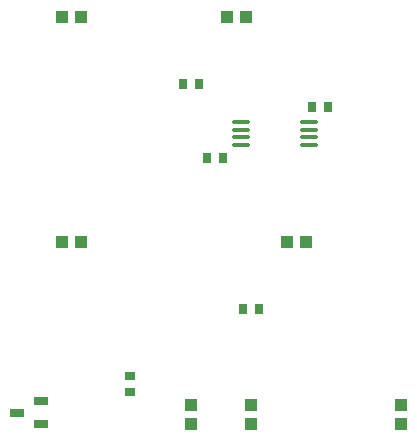
<source format=gtp>
G04 Layer: TopPasteMaskLayer*
G04 Panelize: V-CUT, Column: 2, Row: 2, Board Size: 58.42mm x 58.42mm, Panelized Board Size: 118.84mm x 118.84mm*
G04 EasyEDA v6.5.32, 2023-07-25 14:04:49*
G04 78adb3c971e143a89decd24a0aaa9f3b,5a6b42c53f6a479593ecc07194224c93,10*
G04 Gerber Generator version 0.2*
G04 Scale: 100 percent, Rotated: No, Reflected: No *
G04 Dimensions in millimeters *
G04 leading zeros omitted , absolute positions ,4 integer and 5 decimal *
%FSLAX45Y45*%
%MOMM*%

%ADD10R,1.0000X1.1000*%
%ADD11R,0.8000X0.9000*%
%ADD12R,0.9000X0.8000*%
%ADD13R,1.1000X1.0000*%
%ADD14R,1.2500X0.7000*%
%ADD15O,1.499997X0.3999992*%

%LPD*%
D10*
G01*
X3000984Y4127500D03*
G01*
X2840990Y4127500D03*
G01*
X3508984Y2222500D03*
G01*
X3348990Y2222500D03*
D11*
G01*
X2469997Y3556000D03*
G01*
X2610002Y3556000D03*
G01*
X2977997Y1651000D03*
G01*
X3118002Y1651000D03*
D12*
G01*
X2019300Y1086002D03*
G01*
X2019300Y945997D03*
D13*
G01*
X2540000Y841984D03*
G01*
X2540000Y681989D03*
G01*
X3048000Y841984D03*
G01*
X3048000Y681989D03*
G01*
X4318000Y841984D03*
G01*
X4318000Y681989D03*
D14*
G01*
X1268399Y679704D03*
G01*
X1268399Y869695D03*
G01*
X1068400Y774700D03*
D10*
G01*
X1443989Y2222500D03*
G01*
X1603984Y2222500D03*
G01*
X1443989Y4127500D03*
G01*
X1603984Y4127500D03*
D11*
G01*
X2673197Y2933700D03*
G01*
X2813202Y2933700D03*
G01*
X3562197Y3365500D03*
G01*
X3702202Y3365500D03*
D15*
G01*
X3541191Y3039363D03*
G01*
X2961208Y3234436D03*
G01*
X2961208Y3169412D03*
G01*
X2961208Y3104387D03*
G01*
X2961208Y3039363D03*
G01*
X3541191Y3234436D03*
G01*
X3541191Y3169412D03*
G01*
X3541191Y3104387D03*
M02*

</source>
